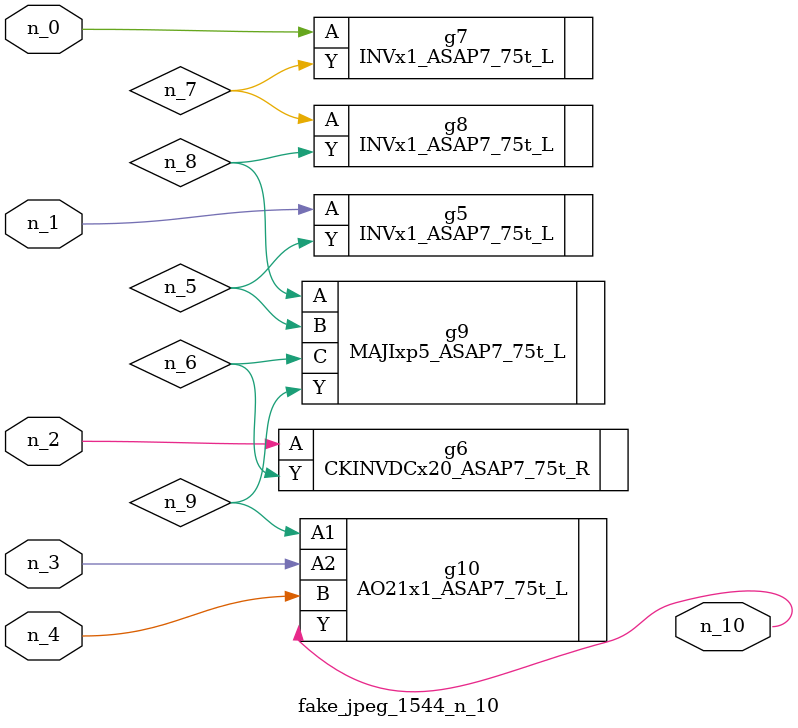
<source format=v>
module fake_jpeg_1544_n_10 (n_3, n_2, n_1, n_0, n_4, n_10);

input n_3;
input n_2;
input n_1;
input n_0;
input n_4;

output n_10;

wire n_8;
wire n_9;
wire n_6;
wire n_5;
wire n_7;

INVx1_ASAP7_75t_L g5 ( 
.A(n_1),
.Y(n_5)
);

CKINVDCx20_ASAP7_75t_R g6 ( 
.A(n_2),
.Y(n_6)
);

INVx1_ASAP7_75t_L g7 ( 
.A(n_0),
.Y(n_7)
);

INVx1_ASAP7_75t_L g8 ( 
.A(n_7),
.Y(n_8)
);

MAJIxp5_ASAP7_75t_L g9 ( 
.A(n_8),
.B(n_5),
.C(n_6),
.Y(n_9)
);

AO21x1_ASAP7_75t_L g10 ( 
.A1(n_9),
.A2(n_3),
.B(n_4),
.Y(n_10)
);


endmodule
</source>
